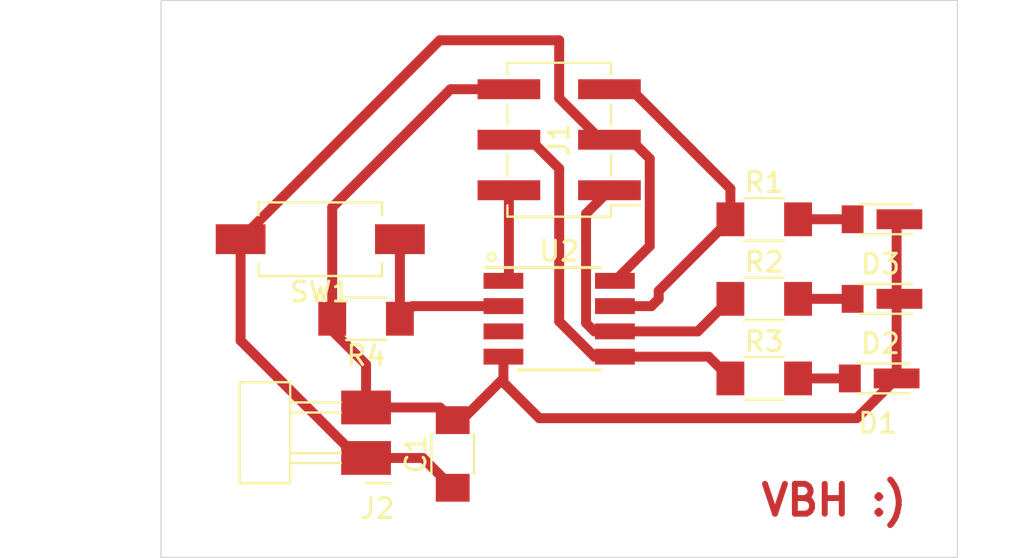
<source format=kicad_pcb>
(kicad_pcb (version 20240108) (generator "pcbnew") (generator_version "8.0")
  (layers (0 "F.Cu" signal) (31 "B.Cu" signal) (34 "B.Paste" user) (35 "F.Paste" user) (36 "B.SilkS" user "B.Silkscreen") (37 "F.SilkS" user "F.Silkscreen") (38 "B.Mask" user) (39 "F.Mask" user) (44 "Edge.Cuts" user))
  (net 0 "")
  (net 1 "PWR_5V")
  (net 2 "GND")
  (net 3 "Net-(D1-A)")
  (net 4 "Net-(D2-A)")
  (net 5 "Net-(D3-A)")
  (net 6 "/MISO")
  (net 7 "/RST")
  (net 8 "/SCK")
  (net 9 "/MOSI")
  (net 10 "Net-(U2-XTAL1{slash}PB3)")
  (footprint "fab:R_1206" (layer "F.Cu") (at 176.3 94)
    (property "Reference" "R1" (at 0 -1.85 0) (layer "F.SilkS"))
    (property "Value" "R_1206")
    (fp_line (start -1 -1.07) (end 1 -1.07) (stroke (width 0.12)) (layer "F.SilkS"))
    (fp_line (start 1 1.07) (end -1 1.07) (stroke (width 0.12)) (layer "F.SilkS"))
    (pad "1" smd rect (at -1.7 0) (size 1.4 1.7) (layers "F.Cu" "F.Paste" "F.Mask") (net 8 "/SCK"))
    (pad "2" smd rect (at 1.7 0) (size 1.4 1.7) (layers "F.Cu" "F.Paste" "F.Mask") (net 5 "Net-(D3-A)"))
  )
  (footprint "fab:LED_Luminus_1206" (layer "F.Cu") (at 182 102)
    (property "Reference" "D1" (at 0 2.25 0) (layer "F.SilkS"))
    (property "Value" "LED_Luminus_1206")
    (fp_line (start -1.04 0.75) (end 1.6 0.75) (stroke (width 0.12)) (layer "F.SilkS"))
    (fp_line (start 1.6 -0.75) (end -1.06 -0.75) (stroke (width 0.12)) (layer "F.SilkS"))
    (pad "1" smd rect (at 0.95 0) (size 2.3 1) (layers "F.Cu" "F.Paste" "F.Mask") (net 2 "GND"))
    (pad "2" smd rect (at -1.4 0) (size 1.1 1.4) (layers "F.Cu" "F.Paste" "F.Mask") (net 3 "Net-(D1-A)"))
  )
  (footprint "fab:PinHeader_1x02_P2.54mm_Horizontal_SMD" (layer "F.Cu") (at 156.3 106 180)
    (property "Reference" "J2" (at -1.524 -2.54 180) (layer "F.SilkS") (effects (justify right)))
    (property "Value" "Conn_PinHeader_1x02_P2.54mm_Horizontal_SMD")
    (fp_line (start 6.35 3.81) (end 3.81 3.81) (stroke (width 0.12)) (layer "F.SilkS"))
    (fp_line (start 6.35 -1.27) (end 6.35 3.81) (stroke (width 0.12)) (layer "F.SilkS"))
    (fp_line (start 3.81 3.81) (end 3.81 -1.27) (stroke (width 0.12)) (layer "F.SilkS"))
    (fp_line (start 3.81 2.794) (end 1.27 2.794) (stroke (width 0.12)) (layer "F.SilkS"))
    (fp_line (start 3.81 2.286) (end 1.27 2.286) (stroke (width 0.12)) (layer "F.SilkS"))
    (fp_line (start 3.81 0.254) (end 1.27 0.254) (stroke (width 0.12)) (layer "F.SilkS"))
    (fp_line (start 3.81 -0.254) (end 1.27 -0.254) (stroke (width 0.12)) (layer "F.SilkS"))
    (fp_line (start 3.81 -1.27) (end 6.35 -1.27) (stroke (width 0.12)) (layer "F.SilkS"))
    (fp_line (start -1.27 -1.27) (end 0 -1.27) (stroke (width 0.12)) (layer "F.SilkS"))
    (pad "1" smd rect (at 0 0 180) (size 2.5 1.7) (layers "F.Cu" "F.Paste" "F.Mask") (net 1 "PWR_5V"))
    (pad "2" smd rect (at 0 2.54 180) (size 2.5 1.7) (layers "F.Cu" "F.Paste" "F.Mask") (net 2 "GND"))
  )
  (footprint "fab:R_1206" (layer "F.Cu") (at 176.3 102)
    (property "Reference" "R3" (at 0 -1.85 0) (layer "F.SilkS"))
    (property "Value" "R_1206")
    (fp_line (start -1 -1.07) (end 1 -1.07) (stroke (width 0.12)) (layer "F.SilkS"))
    (fp_line (start 1 1.07) (end -1 1.07) (stroke (width 0.12)) (layer "F.SilkS"))
    (pad "1" smd rect (at -1.7 0) (size 1.4 1.7) (layers "F.Cu" "F.Paste" "F.Mask") (net 9 "/MOSI"))
    (pad "2" smd rect (at 1.7 0) (size 1.4 1.7) (layers "F.Cu" "F.Paste" "F.Mask") (net 3 "Net-(D1-A)"))
  )
  (footprint "fab:Button_CnK_PTS636.0_6x3.5mm" (layer "F.Cu") (at 154 95 180)
    (property "Reference" "SW1" (at 0 -2.65 180) (layer "F.SilkS"))
    (property "Value" "Switch_Tactile_CnK")
    (fp_line (start 3.1 1.85) (end 3.1 1.2) (stroke (width 0.12)) (layer "F.SilkS"))
    (fp_line (start 3.1 -1.85) (end 3.1 -1.2) (stroke (width 0.12)) (layer "F.SilkS"))
    (fp_line (start 3.1 -1.85) (end -3.1 -1.85) (stroke (width 0.12)) (layer "F.SilkS"))
    (fp_line (start -3.1 1.85) (end 3.1 1.85) (stroke (width 0.12)) (layer "F.SilkS"))
    (fp_line (start -3.1 1.2) (end -3.1 1.85) (stroke (width 0.12)) (layer "F.SilkS"))
    (fp_line (start -3.1 -1.85) (end -3.1 -1.2) (stroke (width 0.12)) (layer "F.SilkS"))
    (pad "1" smd rect (at -4 0 180) (size 2.5 1.5) (layers "F.Cu" "F.Paste" "F.Mask") (net 10 "Net-(U2-XTAL1{slash}PB3)"))
    (pad "2" smd rect (at 4 0 180) (size 2.5 1.5) (layers "F.Cu" "F.Paste" "F.Mask") (net 1 "PWR_5V"))
  )
  (footprint "fab:C_1206" (layer "F.Cu") (at 160.6525 105.7975 90)
    (property "Reference" "C1" (at 0 -1.85 270) (layer "F.SilkS"))
    (property "Value" "C_1206")
    (fp_line (start -1 -1.07) (end 1 -1.07) (stroke (width 0.12)) (layer "F.SilkS"))
    (fp_line (start 1 1.07) (end -1 1.07) (stroke (width 0.12)) (layer "F.SilkS"))
    (pad "1" smd rect (at -1.7 0 90) (size 1.4 1.7) (layers "F.Cu" "F.Paste" "F.Mask") (net 1 "PWR_5V"))
    (pad "2" smd rect (at 1.7 0 90) (size 1.4 1.7) (layers "F.Cu" "F.Paste" "F.Mask") (net 2 "GND"))
  )
  (footprint "fab:R_1206" (layer "F.Cu") (at 156.3 99 180)
    (property "Reference" "R4" (at 0 -1.85 180) (layer "F.SilkS"))
    (property "Value" "R_1206")
    (fp_line (start 1 1.07) (end -1 1.07) (stroke (width 0.12)) (layer "F.SilkS"))
    (fp_line (start -1 -1.07) (end 1 -1.07) (stroke (width 0.12)) (layer "F.SilkS"))
    (pad "1" smd rect (at -1.7 0 180) (size 1.4 1.7) (layers "F.Cu" "F.Paste" "F.Mask") (net 10 "Net-(U2-XTAL1{slash}PB3)"))
    (pad "2" smd rect (at 1.7 0 180) (size 1.4 1.7) (layers "F.Cu" "F.Paste" "F.Mask") (net 2 "GND"))
  )
  (footprint "fab:R_1206" (layer "F.Cu") (at 176.3 98)
    (property "Reference" "R2" (at 0 -1.85 0) (layer "F.SilkS"))
    (property "Value" "R_1206")
    (fp_line (start -1 -1.07) (end 1 -1.07) (stroke (width 0.12)) (layer "F.SilkS"))
    (fp_line (start 1 1.07) (end -1 1.07) (stroke (width 0.12)) (layer "F.SilkS"))
    (pad "1" smd rect (at -1.7 0) (size 1.4 1.7) (layers "F.Cu" "F.Paste" "F.Mask") (net 6 "/MISO"))
    (pad "2" smd rect (at 1.7 0) (size 1.4 1.7) (layers "F.Cu" "F.Paste" "F.Mask") (net 4 "Net-(D2-A)"))
  )
  (footprint "fab:PinHeader_2x03_P2.54mm_Vertical_SMD" (layer "F.Cu") (at 166 90 180)
    (property "Reference" "J1" (at 0 0 -90) (layer "F.SilkS"))
    (property "Value" "Conn_PinHeader_2x03_P2.54mm_Vertical_SMD")
    (fp_line (start 2.6 3.3) (end 2.6 3.87) (stroke (width 0.12)) (layer "F.SilkS"))
    (fp_line (start 2.6 0.76) (end 2.6 1.78) (stroke (width 0.12)) (layer "F.SilkS"))
    (fp_line (start 2.6 -1.78) (end 2.6 -0.76) (stroke (width 0.12)) (layer "F.SilkS"))
    (fp_line (start 2.6 -3.87) (end 2.6 -3.3) (stroke (width 0.12)) (layer "F.SilkS"))
    (fp_line (start -2.6 3.87) (end 2.6 3.87) (stroke (width 0.12)) (layer "F.SilkS"))
    (fp_line (start -2.6 3.3) (end -2.6 3.87) (stroke (width 0.12)) (layer "F.SilkS"))
    (fp_line (start -2.6 0.76) (end -2.6 1.78) (stroke (width 0.12)) (layer "F.SilkS"))
    (fp_line (start -2.6 -1.78) (end -2.6 -0.76) (stroke (width 0.12)) (layer "F.SilkS"))
    (fp_line (start -2.6 -3.87) (end 2.6 -3.87) (stroke (width 0.12)) (layer "F.SilkS"))
    (fp_line (start -2.6 -3.87) (end -2.6 -3.3) (stroke (width 0.12)) (layer "F.SilkS"))
    (fp_line (start -4.04 -3.3) (end -2.6 -3.3) (stroke (width 0.12)) (layer "F.SilkS"))
    (pad "1" smd rect (at -2.525 -2.54 180) (size 3.15 1) (layers "F.Cu" "F.Paste" "F.Mask") (net 6 "/MISO"))
    (pad "2" smd rect (at 2.525 -2.54 180) (size 3.15 1) (layers "F.Cu" "F.Paste" "F.Mask") (net 7 "/RST"))
    (pad "3" smd rect (at -2.525 0 180) (size 3.15 1) (layers "F.Cu" "F.Paste" "F.Mask") (net 1 "PWR_5V"))
    (pad "4" smd rect (at 2.525 0 180) (size 3.15 1) (layers "F.Cu" "F.Paste" "F.Mask") (net 9 "/MOSI"))
    (pad "5" smd rect (at -2.525 2.54 180) (size 3.15 1) (layers "F.Cu" "F.Paste" "F.Mask") (net 8 "/SCK"))
    (pad "6" smd rect (at 2.525 2.54 180) (size 3.15 1) (layers "F.Cu" "F.Paste" "F.Mask") (net 2 "GND"))
  )
  (footprint "fab:LED_Luminus_1206" (layer "F.Cu") (at 182.14 98)
    (property "Reference" "D2" (at 0 2.25 0) (layer "F.SilkS"))
    (property "Value" "LED_Luminus_1206")
    (fp_line (start -1.04 0.75) (end 1.6 0.75) (stroke (width 0.12)) (layer "F.SilkS"))
    (fp_line (start 1.6 -0.75) (end -1.06 -0.75) (stroke (width 0.12)) (layer "F.SilkS"))
    (pad "1" smd rect (at 0.95 0) (size 2.3 1) (layers "F.Cu" "F.Paste" "F.Mask") (net 2 "GND"))
    (pad "2" smd rect (at -1.4 0) (size 1.1 1.4) (layers "F.Cu" "F.Paste" "F.Mask") (net 4 "Net-(D2-A)"))
  )
  (footprint "fab:SOIC-8_3.9x4.9mm_P1.27mm" (layer "F.Cu") (at 166 99)
    (property "Reference" "U2" (at 0 -3.4 0) (layer "F.SilkS"))
    (property "Value" "Microcontroller_ATtiny45V-10SU")
    (fp_line (start -3.69 -2.575) (end 2.075 -2.575) (stroke (width 0.15)) (layer "F.SilkS"))
    (fp_line (start -2.075 2.575) (end 2.075 2.575) (stroke (width 0.15)) (layer "F.SilkS"))
    (fp_circle (center -3.4 -3.1) (end -3.2 -3.1) (stroke (width 0.12)) (fill none) (layer "F.SilkS"))
    (pad "1" smd rect (at -2.8 -1.905) (size 2 0.8) (layers "F.Cu" "F.Paste" "F.Mask") (net 7 "/RST"))
    (pad "2" smd rect (at -2.8 -0.635) (size 2 0.8) (layers "F.Cu" "F.Paste" "F.Mask") (net 10 "Net-(U2-XTAL1{slash}PB3)"))
    (pad "3" smd rect (at -2.8 0.635) (size 2 0.8) (layers "F.Cu" "F.Paste" "F.Mask"))
    (pad "4" smd rect (at -2.8 1.905) (size 2 0.8) (layers "F.Cu" "F.Paste" "F.Mask") (net 2 "GND"))
    (pad "5" smd rect (at 2.8 1.905) (size 2 0.8) (layers "F.Cu" "F.Paste" "F.Mask") (net 9 "/MOSI"))
    (pad "6" smd rect (at 2.8 0.635) (size 2 0.8) (layers "F.Cu" "F.Paste" "F.Mask") (net 6 "/MISO"))
    (pad "7" smd rect (at 2.8 -0.635) (size 2 0.8) (layers "F.Cu" "F.Paste" "F.Mask") (net 8 "/SCK"))
    (pad "8" smd rect (at 2.8 -1.905) (size 2 0.8) (layers "F.Cu" "F.Paste" "F.Mask") (net 1 "PWR_5V"))
  )
  (footprint "fab:LED_Luminus_1206" (layer "F.Cu") (at 182.14 94)
    (property "Reference" "D3" (at 0 2.25 0) (layer "F.SilkS"))
    (property "Value" "LED_Luminus_1206")
    (fp_line (start -1.04 0.75) (end 1.6 0.75) (stroke (width 0.12)) (layer "F.SilkS"))
    (fp_line (start 1.6 -0.75) (end -1.06 -0.75) (stroke (width 0.12)) (layer "F.SilkS"))
    (pad "1" smd rect (at 0.95 0) (size 2.3 1) (layers "F.Cu" "F.Paste" "F.Mask") (net 2 "GND"))
    (pad "2" smd rect (at -1.4 0) (size 1.1 1.4) (layers "F.Cu" "F.Paste" "F.Mask") (net 5 "Net-(D3-A)"))
  )
  (gr_rect (start 146 83) (end 186 111) (stroke (width 0.05)) (fill none) (layer "Edge.Cuts"))
  (gr_text "VBH :)" (at 176 109 0) (layer "F.Cu") (effects (font (size 1.5 1.5) (thickness 0.3) (bold yes)) (justify left bottom)))
  (segment (start 150 100.1) (end 155.9 106) (width 0.5) (layer "F.Cu") (net 1))
  (segment (start 170.55 90.95) (end 170.55 95.345) (width 0.5) (layer "F.Cu") (net 1))
  (segment (start 168.525 90) (end 169.6 90) (width 0.5) (layer "F.Cu") (net 1))
  (segment (start 166 85) (end 160 85) (width 0.5) (layer "F.Cu") (net 1))
  (segment (start 169.6 90) (end 170.55 90.95) (width 0.5) (layer "F.Cu") (net 1))
  (segment (start 160 85) (end 150 95) (width 0.5) (layer "F.Cu") (net 1))
  (segment (start 168.525 90) (end 168.09 90) (width 0.5) (layer "F.Cu") (net 1))
  (segment (start 166 87.91) (end 166 85) (width 0.5) (layer "F.Cu") (net 1))
  (segment (start 170.55 95.345) (end 168.8 97.095) (width 0.5) (layer "F.Cu") (net 1))
  (segment (start 156.3 106) (end 159.155 106) (width 0.5) (layer "F.Cu") (net 1))
  (segment (start 168.09 90) (end 166 87.91) (width 0.5) (layer "F.Cu") (net 1))
  (segment (start 155.9 106) (end 156.3 106) (width 0.5) (layer "F.Cu") (net 1))
  (segment (start 150 95) (end 150 100.1) (width 0.5) (layer "F.Cu") (net 1))
  (segment (start 159.155 106) (end 160.6525 107.4975) (width 0.5) (layer "F.Cu") (net 1))
  (segment (start 163.2 100.905) (end 163.2 102) (width 0.5) (layer "F.Cu") (net 2))
  (segment (start 154.6 99) (end 154.6 99.6) (width 0.5) (layer "F.Cu") (net 2))
  (segment (start 154.6 93.4) (end 154.6 99) (width 0.5) (layer "F.Cu") (net 2))
  (segment (start 154.6 99.6) (end 156.3 101.3) (width 0.5) (layer "F.Cu") (net 2))
  (segment (start 160.54 87.46) (end 154.6 93.4) (width 0.5) (layer "F.Cu") (net 2))
  (segment (start 165 104) (end 180.95 104) (width 0.5) (layer "F.Cu") (net 2))
  (segment (start 163.475 87.46) (end 160.54 87.46) (width 0.5) (layer "F.Cu") (net 2))
  (segment (start 182.95 94.14) (end 183.09 94) (width 0.5) (layer "F.Cu") (net 2))
  (segment (start 180.95 104) (end 182.95 102) (width 0.5) (layer "F.Cu") (net 2))
  (segment (start 156.3 103.46) (end 160.015 103.46) (width 0.5) (layer "F.Cu") (net 2))
  (segment (start 182.95 102) (end 182.95 94.14) (width 0.5) (layer "F.Cu") (net 2))
  (segment (start 156.3 101.3) (end 156.3 103.46) (width 0.5) (layer "F.Cu") (net 2))
  (segment (start 163.2 102) (end 163.2 102.2) (width 0.5) (layer "F.Cu") (net 2))
  (segment (start 160.6525 104.0975) (end 161.1025 104.0975) (width 0.5) (layer "F.Cu") (net 2))
  (segment (start 161.1025 104.0975) (end 163.2 102) (width 0.5) (layer "F.Cu") (net 2))
  (segment (start 163.2 102.2) (end 165 104) (width 0.5) (layer "F.Cu") (net 2))
  (segment (start 160.015 103.46) (end 160.6525 104.0975) (width 0.5) (layer "F.Cu") (net 2))
  (segment (start 178 102) (end 180.6 102) (width 0.5) (layer "F.Cu") (net 3))
  (segment (start 178 98) (end 180.74 98) (width 0.5) (layer "F.Cu") (net 4))
  (segment (start 178 94) (end 180.74 94) (width 0.5) (layer "F.Cu") (net 5))
  (segment (start 167.35 93.715) (end 167.35 99.215) (width 0.5) (layer "F.Cu") (net 6))
  (segment (start 172.965 99.635) (end 174.6 98) (width 0.5) (layer "F.Cu") (net 6))
  (segment (start 168.525 92.54) (end 167.35 93.715) (width 0.5) (layer "F.Cu") (net 6))
  (segment (start 168.8 99.635) (end 172.965 99.635) (width 0.5) (layer "F.Cu") (net 6))
  (segment (start 167.35 99.215) (end 167.77 99.635) (width 0.5) (layer "F.Cu") (net 6))
  (segment (start 167.77 99.635) (end 168.8 99.635) (width 0.5) (layer "F.Cu") (net 6))
  (segment (start 163.475 92.54) (end 163.475 96.82) (width 0.5) (layer "F.Cu") (net 7))
  (segment (start 163.475 96.82) (end 163.2 97.095) (width 0.5) (layer "F.Cu") (net 7))
  (segment (start 174.6 94) (end 171 97.6) (width 0.5) (layer "F.Cu") (net 8))
  (segment (start 169.6 87.46) (end 174.6 92.46) (width 0.5) (layer "F.Cu") (net 8))
  (segment (start 171 97.6) (end 171 98) (width 0.5) (layer "F.Cu") (net 8))
  (segment (start 170.635 98.365) (end 168.8 98.365) (width 0.5) (layer "F.Cu") (net 8))
  (segment (start 174.6 92.46) (end 174.6 94) (width 0.5) (layer "F.Cu") (net 8))
  (segment (start 168.525 87.46) (end 169.6 87.46) (width 0.5) (layer "F.Cu") (net 8))
  (segment (start 171 98) (end 170.635 98.365) (width 0.5) (layer "F.Cu") (net 8))
  (segment (start 166 91.45) (end 166 99.135) (width 0.5) (layer "F.Cu") (net 9))
  (segment (start 168.8 100.905) (end 173.505 100.905) (width 0.5) (layer "F.Cu") (net 9))
  (segment (start 173.505 100.905) (end 174.6 102) (width 0.5) (layer "F.Cu") (net 9))
  (segment (start 166 99.135) (end 167.77 100.905) (width 0.5) (layer "F.Cu") (net 9))
  (segment (start 164.55 90) (end 166 91.45) (width 0.5) (layer "F.Cu") (net 9))
  (segment (start 167.77 100.905) (end 168.8 100.905) (width 0.5) (layer "F.Cu") (net 9))
  (segment (start 163.475 90) (end 164.55 90) (width 0.5) (layer "F.Cu") (net 9))
  (segment (start 158 95) (end 158 99) (width 0.5) (layer "F.Cu") (net 10))
  (segment (start 158.635 98.365) (end 163.2 98.365) (width 0.5) (layer "F.Cu") (net 10))
  (segment (start 158 99) (end 158.635 98.365) (width 0.5) (layer "F.Cu") (net 10))
)
</source>
